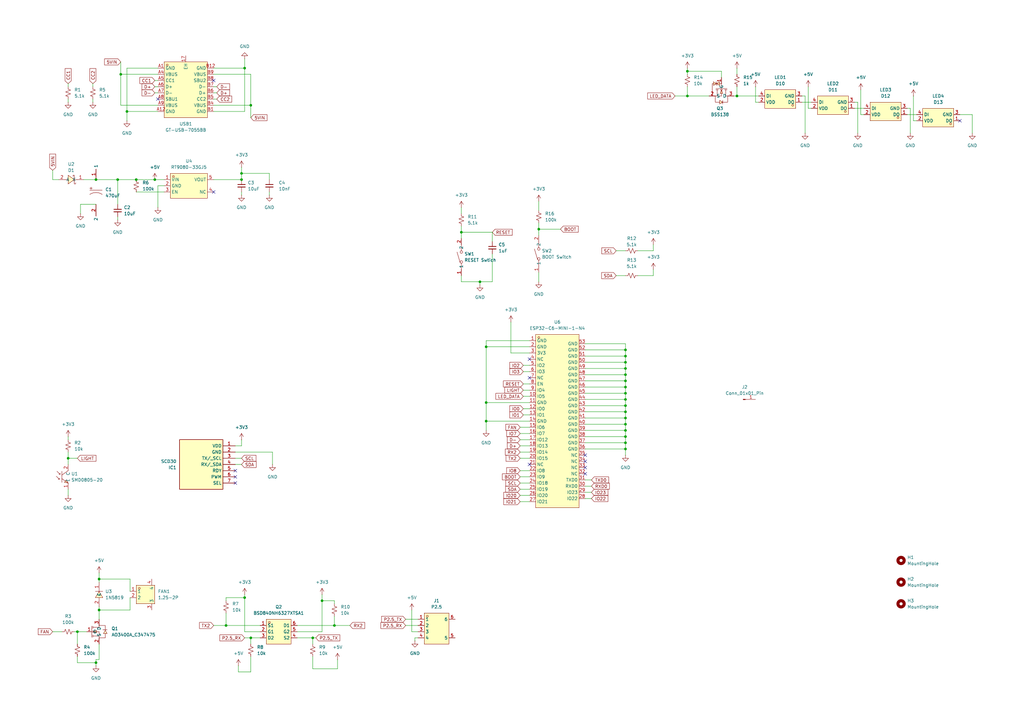
<source format=kicad_sch>
(kicad_sch (version 20231120) (generator "eeschema") (generator_version "8.0")
  (paper "A3")
  (junction (at 132.08 246.38))
  (junction (at 100.33 27.94))
  (junction (at 31.75 259.08))
  (junction (at 256.54 156.21))
  (junction (at 256.54 181.61))
  (junction (at 220.98 93.98))
  (junction (at 63.5 73.66))
  (junction (at 256.54 146.05))
  (junction (at 256.54 179.07))
  (junction (at 256.54 153.67))
  (junction (at 256.54 166.37))
  (junction (at 256.54 168.91))
  (junction (at 100.33 245.11))
  (junction (at 281.94 39.37))
  (junction (at 92.71 256.54))
  (junction (at 199.39 172.72))
  (junction (at 281.94 29.21))
  (junction (at 27.94 187.96))
  (junction (at 40.64 237.49))
  (junction (at 99.06 71.12))
  (junction (at 55.88 73.66))
  (junction (at 99.06 73.66))
  (junction (at 102.87 261.62))
  (junction (at 256.54 184.15))
  (junction (at 128.27 261.62))
  (junction (at 40.64 250.19))
  (junction (at 256.54 173.99))
  (junction (at 52.07 45.72))
  (junction (at 199.39 142.24))
  (junction (at 256.54 158.75))
  (junction (at 256.54 171.45))
  (junction (at 196.85 115.57))
  (junction (at 199.39 165.1))
  (junction (at 256.54 151.13))
  (junction (at 256.54 143.51))
  (junction (at 49.53 30.48))
  (junction (at 39.37 73.66))
  (junction (at 256.54 163.83))
  (junction (at 137.16 256.54))
  (junction (at 48.26 73.66))
  (junction (at 302.26 39.37))
  (junction (at 189.23 95.25))
  (junction (at 256.54 148.59))
  (junction (at 256.54 176.53))
  (junction (at 39.37 271.78))
  (junction (at 102.87 43.18))
  (junction (at 256.54 161.29))
  (no_connect (at 64.77 40.64))
  (no_connect (at 393.7 49.53))
  (no_connect (at 87.63 33.02))
  (no_connect (at 240.03 189.23))
  (no_connect (at 217.17 147.32))
  (no_connect (at 217.17 154.94))
  (no_connect (at 240.03 186.69))
  (no_connect (at 240.03 194.31))
  (no_connect (at 96.52 193.04))
  (no_connect (at 96.52 198.12))
  (no_connect (at 87.63 78.74))
  (no_connect (at 217.17 190.5))
  (no_connect (at 96.52 195.58))
  (no_connect (at 240.03 191.77))
  (wire (pts (xy 240.03 184.15) (xy 256.54 184.15)))
  (wire (pts (xy 100.33 245.11) (xy 100.33 259.08)))
  (wire (pts (xy 256.54 184.15) (xy 256.54 186.69)))
  (wire (pts (xy 88.9 38.1) (xy 87.63 38.1)))
  (wire (pts (xy 374.65 49.53) (xy 374.65 39.37)))
  (wire (pts (xy 21.59 259.08) (xy 25.4 259.08)))
  (wire (pts (xy 214.63 149.86) (xy 217.17 149.86)))
  (wire (pts (xy 102.87 275.59) (xy 97.79 275.59)))
  (wire (pts (xy 375.92 49.53) (xy 374.65 49.53)))
  (wire (pts (xy 64.77 27.94) (xy 52.07 27.94)))
  (wire (pts (xy 137.16 252.73) (xy 137.16 256.54)))
  (wire (pts (xy 88.9 35.56) (xy 87.63 35.56)))
  (wire (pts (xy 166.37 256.54) (xy 171.45 256.54)))
  (wire (pts (xy 214.63 157.48) (xy 217.17 157.48)))
  (wire (pts (xy 96.52 182.88) (xy 99.06 182.88)))
  (wire (pts (xy 332.74 44.45) (xy 331.47 44.45)))
  (wire (pts (xy 102.87 30.48) (xy 102.87 43.18)))
  (wire (pts (xy 49.53 43.18) (xy 49.53 30.48)))
  (wire (pts (xy 350.52 41.91) (xy 351.79 41.91)))
  (wire (pts (xy 27.94 34.29) (xy 27.94 35.56)))
  (wire (pts (xy 240.03 153.67) (xy 256.54 153.67)))
  (wire (pts (xy 63.5 73.66) (xy 67.31 73.66)))
  (wire (pts (xy 128.27 261.62) (xy 129.54 261.62)))
  (wire (pts (xy 96.52 185.42) (xy 111.76 185.42)))
  (wire (pts (xy 201.93 104.14) (xy 201.93 115.57)))
  (wire (pts (xy 99.06 71.12) (xy 99.06 68.58)))
  (wire (pts (xy 100.33 245.11) (xy 100.33 243.84)))
  (wire (pts (xy 102.87 43.18) (xy 102.87 48.26)))
  (wire (pts (xy 213.36 177.8) (xy 217.17 177.8)))
  (wire (pts (xy 24.13 73.66) (xy 21.59 73.66)))
  (wire (pts (xy 40.64 238.76) (xy 40.64 237.49)))
  (wire (pts (xy 40.64 250.19) (xy 40.64 254)))
  (wire (pts (xy 240.03 146.05) (xy 256.54 146.05)))
  (wire (pts (xy 39.37 270.51) (xy 39.37 271.78)))
  (wire (pts (xy 213.36 175.26) (xy 217.17 175.26)))
  (wire (pts (xy 110.49 78.74) (xy 110.49 80.01)))
  (wire (pts (xy 63.5 35.56) (xy 64.77 35.56)))
  (wire (pts (xy 295.91 31.75) (xy 295.91 29.21)))
  (wire (pts (xy 52.07 49.53) (xy 52.07 45.72)))
  (wire (pts (xy 256.54 163.83) (xy 256.54 166.37)))
  (wire (pts (xy 295.91 29.21) (xy 281.94 29.21)))
  (wire (pts (xy 38.1 40.64) (xy 38.1 41.91)))
  (wire (pts (xy 132.08 243.84) (xy 132.08 246.38)))
  (wire (pts (xy 121.92 259.08) (xy 132.08 259.08)))
  (wire (pts (xy 27.94 40.64) (xy 27.94 41.91)))
  (wire (pts (xy 256.54 171.45) (xy 256.54 173.99)))
  (wire (pts (xy 189.23 92.71) (xy 189.23 95.25)))
  (wire (pts (xy 87.63 256.54) (xy 92.71 256.54)))
  (wire (pts (xy 350.52 44.45) (xy 354.33 44.45)))
  (wire (pts (xy 99.06 190.5) (xy 96.52 190.5)))
  (wire (pts (xy 240.03 199.39) (xy 242.57 199.39)))
  (wire (pts (xy 63.5 33.02) (xy 64.77 33.02)))
  (wire (pts (xy 213.36 193.04) (xy 217.17 193.04)))
  (wire (pts (xy 40.64 270.51) (xy 39.37 270.51)))
  (wire (pts (xy 199.39 139.7) (xy 199.39 142.24)))
  (wire (pts (xy 196.85 115.57) (xy 196.85 116.84)))
  (wire (pts (xy 372.11 46.99) (xy 375.92 46.99)))
  (wire (pts (xy 240.03 168.91) (xy 256.54 168.91)))
  (wire (pts (xy 132.08 246.38) (xy 132.08 259.08)))
  (wire (pts (xy 302.26 35.56) (xy 302.26 39.37)))
  (wire (pts (xy 328.93 41.91) (xy 332.74 41.91)))
  (wire (pts (xy 240.03 176.53) (xy 256.54 176.53)))
  (wire (pts (xy 213.36 203.2) (xy 217.17 203.2)))
  (wire (pts (xy 92.71 245.11) (xy 100.33 245.11)))
  (wire (pts (xy 100.33 24.13) (xy 100.33 27.94)))
  (wire (pts (xy 31.75 269.24) (xy 31.75 271.78)))
  (wire (pts (xy 100.33 261.62) (xy 102.87 261.62)))
  (wire (pts (xy 121.92 261.62) (xy 128.27 261.62)))
  (wire (pts (xy 34.29 73.66) (xy 39.37 73.66)))
  (wire (pts (xy 189.23 85.09) (xy 189.23 87.63)))
  (wire (pts (xy 217.17 165.1) (xy 199.39 165.1)))
  (wire (pts (xy 267.97 113.03) (xy 267.97 110.49)))
  (wire (pts (xy 189.23 113.03) (xy 189.23 115.57)))
  (wire (pts (xy 261.62 113.03) (xy 267.97 113.03)))
  (wire (pts (xy 240.03 166.37) (xy 256.54 166.37)))
  (wire (pts (xy 168.91 259.08) (xy 168.91 250.19)))
  (wire (pts (xy 217.17 144.78) (xy 209.55 144.78)))
  (wire (pts (xy 351.79 41.91) (xy 351.79 54.61)))
  (wire (pts (xy 302.26 27.94) (xy 302.26 30.48)))
  (wire (pts (xy 214.63 162.56) (xy 217.17 162.56)))
  (wire (pts (xy 39.37 83.82) (xy 33.02 83.82)))
  (wire (pts (xy 39.37 73.66) (xy 48.26 73.66)))
  (wire (pts (xy 27.94 179.07) (xy 27.94 180.34)))
  (wire (pts (xy 40.64 248.92) (xy 40.64 250.19)))
  (wire (pts (xy 52.07 27.94) (xy 52.07 45.72)))
  (wire (pts (xy 33.02 83.82) (xy 33.02 87.63)))
  (wire (pts (xy 111.76 185.42) (xy 111.76 190.5)))
  (wire (pts (xy 102.87 261.62) (xy 106.68 261.62)))
  (wire (pts (xy 281.94 39.37) (xy 290.83 39.37)))
  (wire (pts (xy 240.03 179.07) (xy 256.54 179.07)))
  (wire (pts (xy 201.93 99.06) (xy 201.93 95.25)))
  (wire (pts (xy 256.54 166.37) (xy 256.54 168.91)))
  (wire (pts (xy 199.39 165.1) (xy 199.39 172.72)))
  (wire (pts (xy 240.03 201.93) (xy 242.57 201.93)))
  (wire (pts (xy 213.36 182.88) (xy 217.17 182.88)))
  (wire (pts (xy 53.34 250.19) (xy 53.34 245.11)))
  (wire (pts (xy 331.47 44.45) (xy 331.47 35.56)))
  (wire (pts (xy 220.98 93.98) (xy 220.98 96.52)))
  (wire (pts (xy 97.79 275.59) (xy 97.79 273.05)))
  (wire (pts (xy 256.54 140.97) (xy 256.54 143.51)))
  (wire (pts (xy 64.77 76.2) (xy 67.31 76.2)))
  (wire (pts (xy 220.98 86.36) (xy 220.98 82.55)))
  (wire (pts (xy 128.27 269.24) (xy 128.27 274.32)))
  (wire (pts (xy 171.45 259.08) (xy 168.91 259.08)))
  (wire (pts (xy 137.16 246.38) (xy 132.08 246.38)))
  (wire (pts (xy 199.39 142.24) (xy 199.39 165.1)))
  (wire (pts (xy 199.39 172.72) (xy 199.39 176.53)))
  (wire (pts (xy 217.17 172.72) (xy 199.39 172.72)))
  (wire (pts (xy 256.54 161.29) (xy 256.54 163.83)))
  (wire (pts (xy 64.77 85.09) (xy 64.77 76.2)))
  (wire (pts (xy 281.94 29.21) (xy 281.94 30.48)))
  (wire (pts (xy 220.98 111.76) (xy 220.98 115.57)))
  (wire (pts (xy 217.17 142.24) (xy 199.39 142.24)))
  (wire (pts (xy 102.87 264.16) (xy 102.87 261.62)))
  (wire (pts (xy 213.36 185.42) (xy 217.17 185.42)))
  (wire (pts (xy 38.1 34.29) (xy 38.1 35.56)))
  (wire (pts (xy 92.71 256.54) (xy 106.68 256.54)))
  (wire (pts (xy 201.93 115.57) (xy 196.85 115.57)))
  (wire (pts (xy 267.97 102.87) (xy 267.97 100.33)))
  (wire (pts (xy 27.94 187.96) (xy 27.94 190.5)))
  (wire (pts (xy 48.26 83.82) (xy 48.26 73.66)))
  (wire (pts (xy 31.75 259.08) (xy 30.48 259.08)))
  (wire (pts (xy 137.16 247.65) (xy 137.16 246.38)))
  (wire (pts (xy 48.26 88.9) (xy 48.26 90.17)))
  (wire (pts (xy 213.36 180.34) (xy 217.17 180.34)))
  (wire (pts (xy 256.54 151.13) (xy 256.54 153.67)))
  (wire (pts (xy 166.37 254) (xy 171.45 254)))
  (wire (pts (xy 49.53 30.48) (xy 49.53 25.4)))
  (wire (pts (xy 214.63 152.4) (xy 217.17 152.4)))
  (wire (pts (xy 240.03 173.99) (xy 256.54 173.99)))
  (wire (pts (xy 256.54 168.91) (xy 256.54 171.45)))
  (wire (pts (xy 240.03 148.59) (xy 256.54 148.59)))
  (wire (pts (xy 99.06 187.96) (xy 96.52 187.96)))
  (wire (pts (xy 240.03 156.21) (xy 256.54 156.21)))
  (wire (pts (xy 39.37 271.78) (xy 39.37 273.05)))
  (wire (pts (xy 53.34 237.49) (xy 53.34 242.57)))
  (wire (pts (xy 261.62 102.87) (xy 267.97 102.87)))
  (wire (pts (xy 256.54 158.75) (xy 256.54 161.29)))
  (wire (pts (xy 213.36 205.74) (xy 217.17 205.74)))
  (wire (pts (xy 256.54 156.21) (xy 256.54 158.75)))
  (wire (pts (xy 240.03 181.61) (xy 256.54 181.61)))
  (wire (pts (xy 55.88 73.66) (xy 63.5 73.66)))
  (wire (pts (xy 138.43 274.32) (xy 138.43 270.51)))
  (wire (pts (xy 256.54 173.99) (xy 256.54 176.53)))
  (wire (pts (xy 281.94 35.56) (xy 281.94 39.37)))
  (wire (pts (xy 21.59 73.66) (xy 21.59 69.85)))
  (wire (pts (xy 99.06 73.66) (xy 99.06 71.12)))
  (wire (pts (xy 240.03 158.75) (xy 256.54 158.75)))
  (wire (pts (xy 52.07 45.72) (xy 64.77 45.72)))
  (wire (pts (xy 398.78 46.99) (xy 398.78 54.61)))
  (wire (pts (xy 110.49 71.12) (xy 99.06 71.12)))
  (wire (pts (xy 213.36 195.58) (xy 217.17 195.58)))
  (wire (pts (xy 31.75 264.16) (xy 31.75 259.08)))
  (wire (pts (xy 213.36 200.66) (xy 217.17 200.66)))
  (wire (pts (xy 256.54 148.59) (xy 256.54 151.13)))
  (wire (pts (xy 99.06 182.88) (xy 99.06 180.34)))
  (wire (pts (xy 31.75 271.78) (xy 39.37 271.78)))
  (wire (pts (xy 240.03 140.97) (xy 256.54 140.97)))
  (wire (pts (xy 209.55 144.78) (xy 209.55 132.08)))
  (wire (pts (xy 106.68 259.08) (xy 100.33 259.08)))
  (wire (pts (xy 240.03 143.51) (xy 256.54 143.51)))
  (wire (pts (xy 31.75 259.08) (xy 35.56 259.08)))
  (wire (pts (xy 256.54 176.53) (xy 256.54 179.07)))
  (wire (pts (xy 40.64 264.16) (xy 40.64 270.51)))
  (wire (pts (xy 214.63 167.64) (xy 217.17 167.64)))
  (wire (pts (xy 100.33 27.94) (xy 87.63 27.94)))
  (wire (pts (xy 87.63 73.66) (xy 99.06 73.66)))
  (wire (pts (xy 87.63 30.48) (xy 102.87 30.48)))
  (wire (pts (xy 40.64 237.49) (xy 53.34 237.49)))
  (wire (pts (xy 102.87 269.24) (xy 102.87 275.59)))
  (wire (pts (xy 220.98 91.44) (xy 220.98 93.98)))
  (wire (pts (xy 256.54 181.61) (xy 256.54 184.15)))
  (wire (pts (xy 170.18 262.89) (xy 170.18 261.62)))
  (wire (pts (xy 201.93 95.25) (xy 189.23 95.25)))
  (wire (pts (xy 353.06 46.99) (xy 353.06 36.83)))
  (wire (pts (xy 240.03 161.29) (xy 256.54 161.29)))
  (wire (pts (xy 240.03 196.85) (xy 242.57 196.85)))
  (wire (pts (xy 240.03 151.13) (xy 256.54 151.13)))
  (wire (pts (xy 214.63 170.18) (xy 217.17 170.18)))
  (wire (pts (xy 328.93 39.37) (xy 330.2 39.37)))
  (wire (pts (xy 100.33 45.72) (xy 100.33 27.94)))
  (wire (pts (xy 48.26 73.66) (xy 55.88 73.66)))
  (wire (pts (xy 309.88 41.91) (xy 309.88 35.56)))
  (wire (pts (xy 256.54 153.67) (xy 256.54 156.21)))
  (wire (pts (xy 373.38 44.45) (xy 373.38 54.61)))
  (wire (pts (xy 27.94 200.66) (xy 27.94 203.2)))
  (wire (pts (xy 393.7 46.99) (xy 398.78 46.99)))
  (wire (pts (xy 55.88 78.74) (xy 67.31 78.74)))
  (wire (pts (xy 64.77 43.18) (xy 49.53 43.18)))
  (wire (pts (xy 49.53 30.48) (xy 64.77 30.48)))
  (wire (pts (xy 256.54 179.07) (xy 256.54 181.61)))
  (wire (pts (xy 252.73 102.87) (xy 256.54 102.87)))
  (wire (pts (xy 99.06 78.74) (xy 99.06 80.01)))
  (wire (pts (xy 92.71 246.38) (xy 92.71 245.11)))
  (wire (pts (xy 40.64 234.95) (xy 40.64 237.49)))
  (wire (pts (xy 102.87 43.18) (xy 87.63 43.18)))
  (wire (pts (xy 276.86 39.37) (xy 281.94 39.37)))
  (wire (pts (xy 256.54 143.51) (xy 256.54 146.05)))
  (wire (pts (xy 354.33 46.99) (xy 353.06 46.99)))
  (wire (pts (xy 302.26 39.37) (xy 311.15 39.37)))
  (wire (pts (xy 189.23 115.57) (xy 196.85 115.57)))
  (wire (pts (xy 214.63 160.02) (xy 217.17 160.02)))
  (wire (pts (xy 92.71 251.46) (xy 92.71 256.54)))
  (wire (pts (xy 137.16 256.54) (xy 143.51 256.54)))
  (wire (pts (xy 372.11 44.45) (xy 373.38 44.45)))
  (wire (pts (xy 217.17 139.7) (xy 199.39 139.7)))
  (wire (pts (xy 27.94 187.96) (xy 31.75 187.96)))
  (wire (pts (xy 40.64 250.19) (xy 53.34 250.19)))
  (wire (pts (xy 213.36 198.12) (xy 217.17 198.12)))
  (wire (pts (xy 189.23 95.25) (xy 189.23 97.79)))
  (wire (pts (xy 121.92 256.54) (xy 137.16 256.54)))
  (wire (pts (xy 27.94 185.42) (xy 27.94 187.96)))
  (wire (pts (xy 281.94 27.94) (xy 281.94 29.21)))
  (wire (pts (xy 240.03 204.47) (xy 242.57 204.47)))
  (wire (pts (xy 87.63 45.72) (xy 100.33 45.72)))
  (wire (pts (xy 128.27 274.32) (xy 138.43 274.32)))
  (wire (pts (xy 256.54 146.05) (xy 256.54 148.59)))
  (wire (pts (xy 170.18 261.62) (xy 171.45 261.62)))
  (wire (pts (xy 311.15 41.91) (xy 309.88 41.91)))
  (wire (pts (xy 110.49 73.66) (xy 110.49 71.12)))
  (wire (pts (xy 128.27 261.62) (xy 128.27 264.16)))
  (wire (pts (xy 240.03 171.45) (xy 256.54 171.45)))
  (wire (pts (xy 213.36 187.96) (xy 217.17 187.96)))
  (wire (pts (xy 220.98 93.98) (xy 229.87 93.98)))
  (wire (pts (xy 63.5 38.1) (xy 64.77 38.1)))
  (wire (pts (xy 87.63 40.64) (xy 88.9 40.64)))
  (wire (pts (xy 300.99 39.37) (xy 302.26 39.37)))
  (wire (pts (xy 252.73 113.03) (xy 256.54 113.03)))
  (wire (pts (xy 330.2 39.37) (xy 330.2 54.61)))
  (wire (pts (xy 240.03 163.83) (xy 256.54 163.83)))
  (global_label "5VIN" (shape input) (at 49.53 25.4 180) (property "Intersheetrefs" "${INTERSHEET_REFS}" (effects (hide yes))))
  (global_label "CC2" (shape input) (at 38.1 34.29 90) (property "Intersheetrefs" "${INTERSHEET_REFS}" (effects (hide yes))))
  (global_label "FAN" (shape input) (at 21.59 259.08 180) (property "Intersheetrefs" "${INTERSHEET_REFS}" (effects (hide yes))))
  (global_label "SCL" (shape input) (at 99.06 187.96 0) (property "Intersheetrefs" "${INTERSHEET_REFS}" (effects (hide yes))))
  (global_label "SDA" (shape input) (at 99.06 190.5 0) (property "Intersheetrefs" "${INTERSHEET_REFS}" (effects (hide yes))))
  (global_label "SCL" (shape input) (at 252.73 102.87 180) (property "Intersheetrefs" "${INTERSHEET_REFS}" (effects (hide yes))))
  (global_label "TX2" (shape input) (at 87.63 256.54 180) (property "Intersheetrefs" "${INTERSHEET_REFS}" (effects (hide yes))))
  (global_label "SDA" (shape input) (at 213.36 200.66 180) (property "Intersheetrefs" "${INTERSHEET_REFS}" (effects (hide yes))))
  (global_label "5VIN" (shape input) (at 102.87 48.26 0) (property "Intersheetrefs" "${INTERSHEET_REFS}" (effects (hide yes))))
  (global_label "IO21" (shape input) (at 213.36 205.74 180) (property "Intersheetrefs" "${INTERSHEET_REFS}" (effects (hide yes))))
  (global_label "RX2" (shape input) (at 213.36 185.42 180) (property "Intersheetrefs" "${INTERSHEET_REFS}" (effects (hide yes))))
  (global_label "CC1" (shape input) (at 27.94 34.29 90) (property "Intersheetrefs" "${INTERSHEET_REFS}" (effects (hide yes))))
  (global_label "D+" (shape input) (at 213.36 182.88 180) (property "Intersheetrefs" "${INTERSHEET_REFS}" (effects (hide yes))))
  (global_label "LED_DATA" (shape input) (at 276.86 39.37 180) (property "Intersheetrefs" "${INTERSHEET_REFS}" (effects (hide yes))))
  (global_label "SCL" (shape input) (at 213.36 198.12 180) (property "Intersheetrefs" "${INTERSHEET_REFS}" (effects (hide yes))))
  (global_label "IO7" (shape input) (at 213.36 177.8 180) (property "Intersheetrefs" "${INTERSHEET_REFS}" (effects (hide yes))))
  (global_label "BOOT" (shape input) (at 229.87 93.98 0) (property "Intersheetrefs" "${INTERSHEET_REFS}" (effects (hide yes))))
  (global_label "D+" (shape input) (at 63.5 35.56 180) (property "Intersheetrefs" "${INTERSHEET_REFS}" (effects (hide yes))))
  (global_label "LIGHT" (shape input) (at 214.63 160.02 180) (property "Intersheetrefs" "${INTERSHEET_REFS}" (effects (hide yes))))
  (global_label "RESET" (shape input) (at 201.93 95.25 0) (property "Intersheetrefs" "${INTERSHEET_REFS}" (effects (hide yes))))
  (global_label "IO2" (shape input) (at 214.63 149.86 180) (property "Intersheetrefs" "${INTERSHEET_REFS}" (effects (hide yes))))
  (global_label "CC1" (shape input) (at 63.5 33.02 180) (property "Intersheetrefs" "${INTERSHEET_REFS}" (effects (hide yes))))
  (global_label "IO3" (shape input) (at 214.63 152.4 180) (property "Intersheetrefs" "${INTERSHEET_REFS}" (effects (hide yes))))
  (global_label "5VIN" (shape input) (at 21.59 69.85 90) (property "Intersheetrefs" "${INTERSHEET_REFS}" (effects (hide yes))))
  (global_label "D-" (shape input) (at 213.36 180.34 180) (property "Intersheetrefs" "${INTERSHEET_REFS}" (effects (hide yes))))
  (global_label "D-" (shape input) (at 88.9 35.56 0) (property "Intersheetrefs" "${INTERSHEET_REFS}" (effects (hide yes))))
  (global_label "IO22" (shape input) (at 242.57 204.47 0) (property "Intersheetrefs" "${INTERSHEET_REFS}" (effects (hide yes))))
  (global_label "P2.5_TX" (shape input) (at 166.37 254 180) (property "Intersheetrefs" "${INTERSHEET_REFS}" (effects (hide yes))))
  (global_label "RXD0" (shape input) (at 242.57 199.39 0) (property "Intersheetrefs" "${INTERSHEET_REFS}" (effects (hide yes))))
  (global_label "TXD0" (shape input) (at 242.57 196.85 0) (property "Intersheetrefs" "${INTERSHEET_REFS}" (effects (hide yes))))
  (global_label "P2.5_RX" (shape input) (at 100.33 261.62 180) (property "Intersheetrefs" "${INTERSHEET_REFS}" (effects (hide yes))))
  (global_label "IO1" (shape input) (at 214.63 170.18 180) (property "Intersheetrefs" "${INTERSHEET_REFS}" (effects (hide yes))))
  (global_label "D+" (shape input) (at 88.9 38.1 0) (property "Intersheetrefs" "${INTERSHEET_REFS}" (effects (hide yes))))
  (global_label "SDA" (shape input) (at 252.73 113.03 180) (property "Intersheetrefs" "${INTERSHEET_REFS}" (effects (hide yes))))
  (global_label "LED_DATA" (shape input) (at 214.63 162.56 180) (property "Intersheetrefs" "${INTERSHEET_REFS}" (effects (hide yes))))
  (global_label "IO20" (shape input) (at 213.36 203.2 180) (property "Intersheetrefs" "${INTERSHEET_REFS}" (effects (hide yes))))
  (global_label "LIGHT" (shape input) (at 31.75 187.96 0) (property "Intersheetrefs" "${INTERSHEET_REFS}" (effects (hide yes))))
  (global_label "FAN" (shape input) (at 213.36 175.26 180) (property "Intersheetrefs" "${INTERSHEET_REFS}" (effects (hide yes))))
  (global_label "P2.5_TX" (shape input) (at 129.54 261.62 0) (property "Intersheetrefs" "${INTERSHEET_REFS}" (effects (hide yes))))
  (global_label "P2.5_RX" (shape input) (at 166.37 256.54 180) (property "Intersheetrefs" "${INTERSHEET_REFS}" (effects (hide yes))))
  (global_label "RESET" (shape input) (at 214.63 157.48 180) (property "Intersheetrefs" "${INTERSHEET_REFS}" (effects (hide yes))))
  (global_label "IO23" (shape input) (at 242.57 201.93 0) (property "Intersheetrefs" "${INTERSHEET_REFS}" (effects (hide yes))))
  (global_label "TX2" (shape input) (at 213.36 187.96 180) (property "Intersheetrefs" "${INTERSHEET_REFS}" (effects (hide yes))))
  (global_label "D-" (shape input) (at 63.5 38.1 180) (property "Intersheetrefs" "${INTERSHEET_REFS}" (effects (hide yes))))
  (global_label "CC2" (shape input) (at 88.9 40.64 0) (property "Intersheetrefs" "${INTERSHEET_REFS}" (effects (hide yes))))
  (global_label "BOOT" (shape input) (at 213.36 195.58 180) (property "Intersheetrefs" "${INTERSHEET_REFS}" (effects (hide yes))))
  (global_label "IO0" (shape input) (at 214.63 167.64 180) (property "Intersheetrefs" "${INTERSHEET_REFS}" (effects (hide yes))))
  (global_label "RX2" (shape input) (at 143.51 256.54 0) (property "Intersheetrefs" "${INTERSHEET_REFS}" (effects (hide yes))))
  (global_label "IO8" (shape input) (at 213.36 193.04 180) (property "Intersheetrefs" "${INTERSHEET_REFS}" (effects (hide yes))))
  (symbol (lib_id "Device:R_Small_US") (at 220.98 88.9 0) (unit 1)
    (property "Reference" "R16" (at 223.52 87.6299 0) (effects (justify left)))
    (property "Value" "100k" (at 223.52 90.1699 0) (effects (justify left)))
    (property "Footprint" "Resistor_SMD:R_0603_1608Metric" (effects (hide yes)))
    (property "Description" "Resistor, small US symbol" (effects (hide yes)))
  )
  (symbol (lib_id "power:+3V3") (at 209.55 132.08 0) (unit 1)
    (property "Reference" "#PWR048" (effects (hide yes)))
    (property "Value" "+3V3" (at 209.55 127 0))
    (property "Description" "Power symbol creates a global label with name \"+3V3\"" (effects (hide yes)))
  )
  (symbol (lib_id "Device:R_Small_US") (at 55.88 76.2 0) (unit 1)
    (property "Reference" "R6" (at 58.42 74.9299 0) (effects (justify left)))
    (property "Value" "100k" (at 58.42 77.4699 0) (effects (justify left)))
    (property "Footprint" "Resistor_SMD:R_0603_1608Metric" (effects (hide yes)))
    (property "Description" "Resistor, small US symbol" (effects (hide yes)))
  )
  (symbol (lib_id "power:GND") (at 199.39 176.53 0) (unit 1)
    (property "Reference" "#PWR047" (effects (hide yes)))
    (property "Value" "GND" (at 199.39 181.61 0))
    (property "Description" "Power symbol creates a global label with name \"GND\" , ground" (effects (hide yes)))
  )
  (symbol (lib_id "power:GND") (at 38.1 41.91 0) (unit 1)
    (property "Reference" "#PWR06" (effects (hide yes)))
    (property "Value" "GND" (at 38.1 46.99 0))
    (property "Description" "Power symbol creates a global label with name \"GND\" , ground" (effects (hide yes)))
  )
  (symbol (lib_id "power:GND") (at 220.98 115.57 0) (unit 1)
    (property "Reference" "#PWR030" (effects (hide yes)))
    (property "Value" "GND" (at 220.98 120.65 0))
    (property "Description" "Power symbol creates a global label with name \"GND\" , ground" (effects (hide yes)))
  )
  (symbol (lib_id "Device:R_Small_US") (at 281.94 33.02 0) (unit 1)
    (property "Reference" "R14" (at 284.48 31.7499 0) (effects (justify left)))
    (property "Value" "10k" (at 284.48 34.2899 0) (effects (justify left)))
    (property "Footprint" "Resistor_SMD:R_0603_1608Metric" (effects (hide yes)))
    (property "Description" "Resistor, small US symbol" (effects (hide yes)))
  )
  (symbol (lib_id "Connector:Conn_01x01_Pin") (at 304.8 163.83 0) (unit 1)
    (property "Reference" "J2" (at 305.435 158.75 0))
    (property "Value" "Conn_01x01_Pin" (at 305.435 161.29 0))
    (property "Footprint" "TestPoint:TestPoint_Pad_D1.0mm" (effects (hide yes)))
    (property "Description" "Generic connector, single row, 01x01, script generated" (effects (hide yes)))
  )
  (symbol (lib_id "power:+3V3") (at 132.08 243.84 0) (unit 1)
    (property "Reference" "#PWR022" (effects (hide yes)))
    (property "Value" "+3V3" (at 132.08 238.76 0))
    (property "Description" "Power symbol creates a global label with name \"+3V3\"" (effects (hide yes)))
  )
  (symbol (lib_id "power:GND") (at 170.18 262.89 0) (unit 1)
    (property "Reference" "#PWR025" (effects (hide yes)))
    (property "Value" "GND" (at 170.18 267.97 0))
    (property "Description" "Power symbol creates a global label with name \"GND\" , ground" (effects (hide yes)))
  )
  (symbol (lib_id "power:GND") (at 100.33 24.13 180) (unit 1)
    (property "Reference" "#PWR017" (effects (hide yes)))
    (property "Value" "GND" (at 100.33 19.05 0))
    (property "Description" "Power symbol creates a global label with name \"GND\" , ground" (effects (hide yes)))
  )
  (symbol (lib_id "power:+5V") (at 374.65 39.37 0) (unit 1)
    (property "Reference" "#PWR043" (effects (hide yes)))
    (property "Value" "+5V" (at 374.65 34.29 0))
    (property "Description" "Power symbol creates a global label with name \"+5V\"" (effects (hide yes)))
  )
  (symbol (lib_id "Device:R_Small_US") (at 27.94 259.08 90) (unit 1)
    (property "Reference" "R3" (at 27.94 252.73 90))
    (property "Value" "100k" (at 27.94 255.27 90))
    (property "Footprint" "Resistor_SMD:R_0603_1608Metric" (effects (hide yes)))
    (property "Description" "Resistor, small US symbol" (effects (hide yes)))
  )
  (symbol (lib_id "power:+5V") (at 302.26 27.94 0) (unit 1)
    (property "Reference" "#PWR035" (effects (hide yes)))
    (property "Value" "+5V" (at 302.26 22.86 0))
    (property "Description" "Power symbol creates a global label with name \"+5V\"" (effects (hide yes)))
  )
  (symbol (lib_id "a_connectors:GT-USB-7055BB") (at 77.47 35.56 0) (unit 1)
    (property "Reference" "USB1" (at 76.2 50.8 0))
    (property "Value" "GT-USB-7055BB" (at 76.2 53.34 0))
    (property "Footprint" "connectors:USB-C-TH_GT-USB-7055BB" (effects (hide yes)))
    (property "LCSC Part" "C7450621" (effects (hide yes)))
  )
  (symbol (lib_id "connectors:ZH1.5-4AB") (at 179.07 257.81 0) (unit 1)
    (property "Reference" "J1" (at 179.07 246.38 0))
    (property "Value" "P2.5" (at 179.07 248.92 0))
    (property "Footprint" "connectors:CONN-SMD_ZH1.5-4AB" (effects (hide yes)))
    (property "Datasheet" "https://lcsc.com/product-detail/ZH-Connectors-1-5mm_ZH1-5-1-4P_C145997.html" (effects (hide yes)))
    (property "LCSC Part" "C145997" (effects (hide yes)))
  )
  (symbol (lib_id "power:+3V3") (at 281.94 27.94 0) (unit 1)
    (property "Reference" "#PWR034" (effects (hide yes)))
    (property "Value" "+3V3" (at 281.94 22.86 0))
    (property "Description" "Power symbol creates a global label with name \"+3V3\"" (effects (hide yes)))
  )
  (symbol (lib_id "power:+3V3") (at 100.33 243.84 0) (unit 1)
    (property "Reference" "#PWR018" (effects (hide yes)))
    (property "Value" "+3V3" (at 100.33 238.76 0))
    (property "Description" "Power symbol creates a global label with name \"+3V3\"" (effects (hide yes)))
  )
  (symbol (lib_id "Device:R_Small_US") (at 38.1 38.1 0) (unit 1)
    (property "Reference" "R5" (at 40.64 36.8299 0) (effects (justify left)))
    (property "Value" "5.1k" (at 40.64 39.3699 0) (effects (justify left)))
    (property "Footprint" "Resistor_SMD:R_0603_1608Metric" (effects (hide yes)))
    (property "Description" "Resistor, small US symbol" (effects (hide yes)))
  )
  (symbol (lib_id "led:XL-1615RGBC-WS2812B") (at 320.04 40.64 180) (unit 1)
    (property "Reference" "LED1" (at 320.04 31.75 0))
    (property "Value" "D10" (at 320.04 34.29 0))
    (property "Footprint" "led:LED-SMD_4P-L1.6-W1.5_XL-1615RGBC-WS2812B" (effects (hide yes)))
    (property "LCSC Part" "C5349954" (effects (hide yes)))
  )
  (symbol (lib_id "power:GND") (at 52.07 49.53 0) (unit 1)
    (property "Reference" "#PWR011" (effects (hide yes)))
    (property "Value" "GND" (at 52.07 54.61 0))
    (property "Description" "Power symbol creates a global label with name \"GND\" , ground" (effects (hide yes)))
  )
  (symbol (lib_id "power:GND") (at 39.37 273.05 0) (unit 1)
    (property "Reference" "#PWR07" (effects (hide yes)))
    (property "Value" "GND" (at 39.37 278.13 0))
    (property "Description" "Power symbol creates a global label with name \"GND\" , ground" (effects (hide yes)))
  )
  (symbol (lib_id "Mechanical:MountingHole") (at 369.57 238.76 0) (unit 1) (exclude_from_sim yes) (in_bom no)
    (property "Reference" "H2" (at 372.11 237.4899 0) (effects (justify left)))
    (property "Value" "MountingHole" (at 372.11 240.0299 0) (effects (justify left)))
    (property "Footprint" "MountingHole:MountingHole_2.2mm_M2" (effects (hide yes)))
    (property "Description" "Mounting Hole without connection" (effects (hide yes)))
  )
  (symbol (lib_id "power:GND") (at 33.02 87.63 0) (unit 1)
    (property "Reference" "#PWR05" (effects (hide yes)))
    (property "Value" "GND" (at 33.02 92.71 0))
    (property "Description" "Power symbol creates a global label with name \"GND\" , ground" (effects (hide yes)))
  )
  (symbol (lib_id "power:GND") (at 398.78 54.61 0) (unit 1)
    (property "Reference" "#PWR045" (effects (hide yes)))
    (property "Value" "GND" (at 398.78 59.69 0))
    (property "Description" "Power symbol creates a global label with name \"GND\" , ground" (effects (hide yes)))
  )
  (symbol (lib_id "Device:C_Small") (at 110.49 76.2 0) (unit 1)
    (property "Reference" "C4" (at 114.3 74.9362 0) (effects (justify left)))
    (property "Value" "10nF" (at 114.3 77.4762 0) (effects (justify left)))
    (property "Footprint" "Capacitor_SMD:C_0805_2012Metric" (effects (hide yes)))
    (property "Description" "Unpolarized capacitor, small symbol" (effects (hide yes)))
  )
  (symbol (lib_id "power:RVT1A471M0607_C335982") (at 39.37 78.74 0) (unit 1)
    (property "Reference" "C1" (at 43.18 77.7239 0) (effects (justify left)))
    (property "Value" "470uF" (at 43.18 80.2639 0) (effects (justify left)))
    (property "Footprint" "power:CAP-SMD_BD6.3-L6.6-W6.6-FD" (effects (hide yes)))
    (property "Datasheet" "https://lcsc.com/product-detail/Others_ROQANG-RVT1A471M0607_C335982.html" (effects (hide yes)))
    (property "LCSC Part" "C335982" (effects (hide yes)))
  )
  (symbol (lib_id "power:GND") (at 99.06 80.01 0) (unit 1)
    (property "Reference" "#PWR015" (effects (hide yes)))
    (property "Value" "GND" (at 99.06 85.09 0))
    (property "Description" "Power symbol creates a global label with name \"GND\" , ground" (effects (hide yes)))
  )
  (symbol (lib_id "power:+3V3") (at 99.06 180.34 0) (unit 1)
    (property "Reference" "#PWR016" (effects (hide yes)))
    (property "Value" "+3V3" (at 99.06 175.26 0))
    (property "Description" "Power symbol creates a global label with name \"+3V3\"" (effects (hide yes)))
  )
  (symbol (lib_id "power:+3V3") (at 27.94 179.07 0) (unit 1)
    (property "Reference" "#PWR03" (effects (hide yes)))
    (property "Value" "+3V3" (at 27.94 173.99 0))
    (property "Description" "Power symbol creates a global label with name \"+3V3\"" (effects (hide yes)))
  )
  (symbol (lib_id "power:GND") (at 351.79 54.61 0) (unit 1)
    (property "Reference" "#PWR039" (effects (hide yes)))
    (property "Value" "GND" (at 351.79 59.69 0))
    (property "Description" "Power symbol creates a global label with name \"GND\" , ground" (effects (hide yes)))
  )
  (symbol (lib_id "a_power:BSD840NH6327XTSA1") (at 114.3 259.08 0) (unit 1)
    (property "Reference" "Q2" (at 114.3 248.92 0))
    (property "Value" "BSD840NH6327XTSA1" (at 114.3 251.46 0))
    (property "Footprint" "power:SC-70-6_L2.2-W1.3-P0.65-LS2.1-BR" (effects (hide yes)))
    (property "Datasheet" "https://lcsc.com/product-detail/MOSFET_Infineon_BSD840NH6327XTSA1_BSD840NH6327XTSA1_C151516.html" (effects (hide yes)))
    (property "LCSC Part" "C151516" (effects (hide yes)))
  )
  (symbol (lib_id "power:GND") (at 48.26 90.17 0) (unit 1)
    (property "Reference" "#PWR09" (effects (hide yes)))
    (property "Value" "GND" (at 48.26 95.25 0))
    (property "Description" "Power symbol creates a global label with name \"GND\" , ground" (effects (hide yes)))
  )
  (symbol (lib_id "power:+5V") (at 309.88 35.56 0) (unit 1)
    (property "Reference" "#PWR036" (effects (hide yes)))
    (property "Value" "+5V" (at 309.88 30.48 0))
    (property "Description" "Power symbol creates a global label with name \"+5V\"" (effects (hide yes)))
  )
  (symbol (lib_id "connectors:1.25-2P") (at 58.42 243.84 0) (unit 1)
    (property "Reference" "FAN1" (at 64.77 242.5699 0) (effects (justify left)))
    (property "Value" "1.25-2P" (at 64.77 245.1099 0) (effects (justify left)))
    (property "Footprint" "connectors:CONN-SMD_1.25-2P" (effects (hide yes)))
    (property "Datasheet" "https://lcsc.com/product-detail/Wire-To-Board-Wire-To-Wire-Connector_SHOU-HAN-1-25-2P_C393945.html" (effects (hide yes)))
    (property "LCSC Part" "C393945" (effects (hide yes)))
  )
  (symbol (lib_id "power:GND") (at 111.76 190.5 0) (unit 1)
    (property "Reference" "#PWR021" (effects (hide yes)))
    (property "Value" "GND" (at 111.76 195.58 0))
    (property "Description" "Power symbol creates a global label with name \"GND\" , ground" (effects (hide yes)))
  )
  (symbol (lib_id "power:GND") (at 64.77 85.09 0) (unit 1)
    (property "Reference" "#PWR012" (effects (hide yes)))
    (property "Value" "GND" (at 64.77 90.17 0))
    (property "Description" "Power symbol creates a global label with name \"GND\" , ground" (effects (hide yes)))
  )
  (symbol (lib_id "power:GND") (at 330.2 54.61 0) (unit 1)
    (property "Reference" "#PWR037" (effects (hide yes)))
    (property "Value" "GND" (at 330.2 59.69 0))
    (property "Description" "Power symbol creates a global label with name \"GND\" , ground" (effects (hide yes)))
  )
  (symbol (lib_id "power:AO3400A_C347475") (at 40.64 259.08 0) (unit 1)
    (property "Reference" "Q1" (at 45.72 257.8099 0) (effects (justify left)))
    (property "Value" "AO3400A_C347475" (at 45.72 260.3499 0) (effects (justify left)))
    (property "Footprint" "power:SOT-23-3_L2.9-W1.3-P1.90-LS2.4-BR" (effects (hide yes)))
    (property "Datasheet" "https://lcsc.com/product-detail/Others_Youtai-Semiconductor-Co-Ltd-AO3400A-5-8A_C347475.html" (effects (hide yes)))
    (property "LCSC Part" "C347475" (effects (hide yes)))
  )
  (symbol (lib_id "power:+5V") (at 40.64 234.95 0) (unit 1)
    (property "Reference" "#PWR08" (effects (hide yes)))
    (property "Value" "+5V" (at 40.64 229.87 0))
    (property "Description" "Power symbol creates a global label with name \"+5V\"" (effects (hide yes)))
  )
  (symbol (lib_id "Device:R_Small_US") (at 137.16 250.19 0) (unit 1)
    (property "Reference" "R10" (at 139.7 248.9199 0) (effects (justify left)))
    (property "Value" "10k" (at 139.7 251.4599 0) (effects (justify left)))
    (property "Footprint" "Resistor_SMD:R_0603_1608Metric" (effects (hide yes)))
    (property "Description" "Resistor, small US symbol" (effects (hide yes)))
  )
  (symbol (lib_id "power:+3V3") (at 267.97 100.33 0) (unit 1)
    (property "Reference" "#PWR032" (effects (hide yes)))
    (property "Value" "+3V3" (at 267.97 95.25 0))
    (property "Description" "Power symbol creates a global label with name \"+3V3\"" (effects (hide yes)))
  )
  (symbol (lib_id "power:NRVB130T1G_C917121") (at 29.21 73.66 180) (unit 1)
    (property "Reference" "U2" (at 29.21 67.31 0))
    (property "Value" "D1" (at 29.21 69.85 0))
    (property "Footprint" "power:SOD-123_L2.7-W1.6-LS3.7-RD-1" (effects (hide yes)))
    (property "LCSC Part" "C917121" (effects (hide yes)))
  )
  (symbol (lib_id "Device:R_Small_US") (at 128.27 266.7 0) (unit 1)
    (property "Reference" "R9" (at 130.81 265.4299 0) (effects (justify left)))
    (property "Value" "10k" (at 130.81 267.9699 0) (effects (justify left)))
    (property "Footprint" "Resistor_SMD:R_0603_1608Metric" (effects (hide yes)))
    (property "Description" "Resistor, small US symbol" (effects (hide yes)))
  )
  (symbol (lib_id "power:+5V") (at 138.43 270.51 0) (unit 1)
    (property "Reference" "#PWR023" (effects (hide yes)))
    (property "Value" "+5V" (at 138.43 265.43 0))
    (property "Description" "Power symbol creates a global label with name \"+5V\"" (effects (hide yes)))
  )
  (symbol (lib_id "button:TS-1088-AR02016") (at 189.23 105.41 90) (unit 1)
    (property "Reference" "SW1" (at 190.5 104.1399 90) (effects (justify right)))
    (property "Value" "RESET Swtich" (at 190.5 106.6799 90) (effects (justify right)))
    (property "Footprint" "button:SW-SMD_L3.9-W3.0-P4.45" (effects (hide yes)))
    (property "Datasheet" "https://lcsc.com/product-detail/Tactile-Switches_XUNPU-TS-1088-AR02016_C720477.html" (effects (hide yes)))
    (property "LCSC Part" "C720477" (effects (hide yes)))
  )
  (symbol (lib_id "button:TS-1088-AR02016") (at 220.98 104.14 90) (unit 1)
    (property "Reference" "SW2" (at 222.25 102.8699 90) (effects (justify right)))
    (property "Value" "BOOT Switch" (at 222.25 105.4099 90) (effects (justify right)))
    (property "Footprint" "button:SW-SMD_L3.9-W3.0-P4.45" (effects (hide yes)))
    (property "Datasheet" "https://lcsc.com/product-detail/Tactile-Switches_XUNPU-TS-1088-AR02016_C720477.html" (effects (hide yes)))
    (property "LCSC Part" "C720477" (effects (hide yes)))
  )
  (symbol (lib_id "a_esp32:ESP32-C6-MINI-1-N4") (at 228.6 172.72 0) (unit 1)
    (property "Reference" "U6" (at 228.6 132.08 0))
    (property "Value" "ESP32-C6-MINI-1-N4" (at 228.6 134.62 0))
    (property "Footprint" "esp32:WIFIM-SMD_61P-L16.6-W13.2-P0.80-ESP32-C6-MINI-1-N4" (effects (hide yes)))
    (property "LCSC Part" "C5736265" (effects (hide yes)))
  )
  (symbol (lib_id "led:XL-1615RGBC-WS2812B") (at 341.63 43.18 180) (unit 1)
    (property "Reference" "LED2" (at 341.63 34.29 0))
    (property "Value" "D11" (at 341.63 36.83 0))
    (property "Footprint" "led:LED-SMD_4P-L1.6-W1.5_XL-1615RGBC-WS2812B" (effects (hide yes)))
    (property "LCSC Part" "C5349954" (effects (hide yes)))
  )
  (symbol (lib_id "power:GND") (at 27.94 41.91 0) (unit 1)
    (property "Reference" "#PWR02" (effects (hide yes)))
    (property "Value" "GND" (at 27.94 46.99 0))
    (property "Description" "Power symbol creates a global label with name \"GND\" , ground" (effects (hide yes)))
  )
  (symbol (lib_id "power:+5V") (at 97.79 273.05 0) (unit 1)
    (property "Reference" "#PWR013" (effects (hide yes)))
    (property "Value" "+5V" (at 97.79 267.97 0))
    (property "Description" "Power symbol creates a global label with name \"+5V\"" (effects (hide yes)))
  )
  (symbol (lib_id "power:+3V3") (at 267.97 110.49 0) (unit 1)
    (property "Reference" "#PWR033" (effects (hide yes)))
    (property "Value" "+3V3" (at 267.97 105.41 0))
    (property "Description" "Power symbol creates a global label with name \"+3V3\"" (effects (hide yes)))
  )
  (symbol (lib_id "Device:R_Small_US") (at 302.26 33.02 0) (unit 1)
    (property "Reference" "R15" (at 304.8 31.7499 0) (effects (justify left)))
    (property "Value" "1k" (at 304.8 34.2899 0) (effects (justify left)))
    (property "Footprint" "Resistor_SMD:R_0603_1608Metric" (effects (hide yes)))
    (property "Description" "Resistor, small US symbol" (effects (hide yes)))
  )
  (symbol (lib_id "Device:R_Small_US") (at 259.08 102.87 90) (unit 1)
    (property "Reference" "R12" (at 259.08 97.79 90))
    (property "Value" "5.1k" (at 259.08 100.33 90))
    (property "Footprint" "Resistor_SMD:R_0603_1608Metric" (effects (hide yes)))
    (property "Description" "Resistor, small US symbol" (effects (hide yes)))
  )
  (symbol (lib_id "power:GND") (at 256.54 186.69 0) (unit 1)
    (property "Reference" "#PWR049" (effects (hide yes)))
    (property "Value" "GND" (at 256.54 191.77 0))
    (property "Description" "Power symbol creates a global label with name \"GND\" , ground" (effects (hide yes)))
  )
  (symbol (lib_id "power:GND") (at 110.49 80.01 0) (unit 1)
    (property "Reference" "#PWR020" (effects (hide yes)))
    (property "Value" "GND" (at 110.49 85.09 0))
    (property "Description" "Power symbol creates a global label with name \"GND\" , ground" (effects (hide yes)))
  )
  (symbol (lib_id "Mechanical:MountingHole") (at 369.57 247.65 0) (unit 1) (exclude_from_sim yes) (in_bom no)
    (property "Reference" "H3" (at 372.11 246.3799 0) (effects (justify left)))
    (property "Value" "MountingHole" (at 372.11 248.9199 0) (effects (justify left)))
    (property "Footprint" "MountingHole:MountingHole_2.2mm_M2" (effects (hide yes)))
    (property "Description" "Mounting Hole without connection" (effects (hide yes)))
  )
  (symbol (lib_id "power:GND") (at 27.94 203.2 0) (unit 1)
    (property "Reference" "#PWR04" (effects (hide yes)))
    (property "Value" "GND" (at 27.94 208.28 0))
    (property "Description" "Power symbol creates a global label with name \"GND\" , ground" (effects (hide yes)))
  )
  (symbol (lib_id "led:XL-1615RGBC-WS2812B") (at 363.22 45.72 180) (unit 1)
    (property "Reference" "LED3" (at 363.22 36.83 0))
    (property "Value" "D12" (at 363.22 39.37 0))
    (property "Footprint" "led:LED-SMD_4P-L1.6-W1.5_XL-1615RGBC-WS2812B" (effects (hide yes)))
    (property "LCSC Part" "C5349954" (effects (hide yes)))
  )
  (symbol (lib_id "Device:C_Small") (at 201.93 101.6 0) (unit 1)
    (property "Reference" "C5" (at 204.47 100.3362 0) (effects (justify left)))
    (property "Value" "1uF" (at 204.47 102.8762 0) (effects (justify left)))
    (property "Footprint" "Capacitor_SMD:C_0805_2012Metric" (effects (hide yes)))
    (property "Description" "Unpolarized capacitor, small symbol" (effects (hide yes)))
  )
  (symbol (lib_id "Device:R_Small_US") (at 31.75 266.7 0) (unit 1)
    (property "Reference" "R4" (at 34.29 265.4299 0) (effects (justify left)))
    (property "Value" "100k" (at 34.29 267.9699 0) (effects (justify left)))
    (property "Footprint" "Resistor_SMD:R_0603_1608Metric" (effects (hide yes)))
    (property "Description" "Resistor, small US symbol" (effects (hide yes)))
  )
  (symbol (lib_id "power:+5V") (at 353.06 36.83 0) (unit 1)
    (property "Reference" "#PWR040" (effects (hide yes)))
    (property "Value" "+5V" (at 353.06 31.75 0))
    (property "Description" "Power symbol creates a global label with name \"+5V\"" (effects (hide yes)))
  )
  (symbol (lib_id "Device:R_Small_US") (at 259.08 113.03 90) (unit 1)
    (property "Reference" "R13" (at 259.08 106.68 90))
    (property "Value" "5.1k" (at 259.08 109.22 90))
    (property "Footprint" "Resistor_SMD:R_0603_1608Metric" (effects (hide yes)))
    (property "Description" "Resistor, small US symbol" (effects (hide yes)))
  )
  (symbol (lib_id "SCD30:SCD30") (at 96.52 198.12 180) (unit 1)
    (property "Reference" "IC1" (at 72.39 191.7701 0) (effects (justify left)))
    (property "Value" "SCD30" (at 72.39 189.2301 0) (effects (justify left)))
    (property "Footprint" "sensor:SCD30" (effects (hide yes)))
    (property "Description" "SENSIRION - SCD30 - GAS SENSOR, CO2, 0.075A/5.5V, 40000PPM" (effects (hide yes)))
    (property "Height" "7" (effects (hide yes)))
    (property "Mouser Part Number" "403-SCD30" (effects (hide yes)))
    (property "Mouser Price/Stock" "https://www.mouser.co.uk/ProductDetail/Sensirion/SCD30?qs=rrS6PyfT74fdywu4FxpYjQ%3D%3D" (effects (hide yes)))
    (property "Manufacturer_Name" "Sensirion" (effects (hide yes)))
    (property "Manufacturer_Part_Number" "SCD30" (effects (hide yes)))
  )
  (symbol (lib_id "a_power:K1N5819HWS-7-F") (at 40.64 243.84 270) (unit 1)
    (property "Reference" "U3" (at 43.18 242.5699 90) (effects (justify left)))
    (property "Value" "1N5819" (at 43.18 245.1099 90) (effects (justify left)))
    (property "Footprint" "power:SOD-323_L1.7-W1.3-LS2.6-RD-1" (effects (hide yes)))
    (property "LCSC Part" "C2891705" (effects (hide yes)))
  )
  (symbol (lib_id "sensor:SMD0805-20") (at 25.4 195.58 0) (unit 1)
    (property "Reference" "U1" (at 29.21 194.3099 0) (effects (justify left)))
    (property "Value" "SMD0805-20" (at 29.21 196.8499 0) (effects (justify left)))
    (property "Footprint" "sensor:OPTO-SMD_SMD0805-20" (effects (hide yes)))
    (property "Datasheet" "https://lcsc.com/product-detail/Others_Nanyang-Senba-Optical-Elec-SMD0805-20_C250858.html" (effects (hide yes)))
    (property "LCSC Part" "C250858" (effects (hide yes)))
  )
  (symbol (lib_id "Mechanical:MountingHole") (at 369.57 229.87 0) (unit 1) (exclude_from_sim yes) (in_bom no)
    (property "Reference" "H1" (at 372.11 228.5999 0) (effects (justify left)))
    (property "Value" "MountingHole" (at 372.11 231.1399 0) (effects (justify left)))
    (property "Footprint" "MountingHole:MountingHole_2.2mm_M2" (effects (hide yes)))
    (property "Description" "Mounting Hole without connection" (effects (hide yes)))
  )
  (symbol (lib_id "power:GND") (at 196.85 116.84 0) (unit 1)
    (property "Reference" "#PWR028" (effects (hide yes)))
    (property "Value" "GND" (at 196.85 121.92 0))
    (property "Description" "Power symbol creates a global label with name \"GND\" , ground" (effects (hide yes)))
  )
  (symbol (lib_id "power:RT9080-33GJ5") (at 77.47 76.2 0) (unit 1)
    (property "Reference" "U4" (at 77.47 66.04 0))
    (property "Value" "RT9080-33GJ5" (at 77.47 68.58 0))
    (property "Footprint" "power:TSOT-23-5_L2.9-W1.6-P0.95-LS2.8-BL" (effects (hide yes)))
    (property "Datasheet" "https://lcsc.com/product-detail/Dropout-Regulators-LDO_Richtek-Tech-RT9080-33GJ5_C841192.html" (effects (hide yes)))
    (property "LCSC Part" "C841192" (effects (hide yes)))
  )
  (symbol (lib_id "Device:R_Small_US") (at 27.94 38.1 0) (unit 1)
    (property "Reference" "R1" (at 30.48 36.8299 0) (effects (justify left)))
    (property "Value" "5.1k" (at 30.48 39.3699 0) (effects (justify left)))
    (property "Footprint" "Resistor_SMD:R_0603_1608Metric" (effects (hide yes)))
    (property "Description" "Resistor, small US symbol" (effects (hide yes)))
  )
  (symbol (lib_id "Device:C_Small") (at 99.06 76.2 0) (unit 1)
    (property "Reference" "C3" (at 101.6 74.9362 0) (effects (justify left)))
    (property "Value" "10uF" (at 101.6 77.4762 0) (effects (justify left)))
    (property "Footprint" "Capacitor_SMD:C_0805_2012Metric" (effects (hide yes)))
    (property "Description" "Unpolarized capacitor, small symbol" (effects (hide yes)))
  )
  (symbol (lib_id "power:+3V3") (at 189.23 85.09 0) (unit 1)
    (property "Reference" "#PWR027" (effects (hide yes)))
    (property "Value" "+3V3" (at 189.23 80.01 0))
    (property "Description" "Power symbol creates a global label with name \"+3V3\"" (effects (hide yes)))
  )
  (symbol (lib_id "Device:R_Small_US") (at 27.94 182.88 0) (unit 1)
    (property "Reference" "R2" (at 30.48 181.6099 0) (effects (justify left)))
    (property "Value" "10k" (at 30.48 184.1499 0) (effects (justify left)))
    (property "Footprint" "Resistor_SMD:R_0603_1608Metric" (effects (hide yes)))
    (property "Description" "Resistor, small US symbol" (effects (hide yes)))
  )
  (symbol (lib_id "Device:R_Small_US") (at 102.87 266.7 0) (unit 1)
    (property "Reference" "R8" (at 105.41 265.4299 0) (effects (justify left)))
    (property "Value" "10k" (at 105.41 267.9699 0) (effects (justify left)))
    (property "Footprint" "Resistor_SMD:R_0603_1608Metric" (effects (hide yes)))
    (property "Description" "Resistor, small US symbol" (effects (hide yes)))
  )
  (symbol (lib_id "led:XL-1615RGBC-WS2812B") (at 384.81 48.26 180) (unit 1)
    (property "Reference" "LED4" (at 384.81 39.37 0))
    (property "Value" "D13" (at 384.81 41.91 0))
    (property "Footprint" "led:LED-SMD_4P-L1.6-W1.5_XL-1615RGBC-WS2812B" (effects (hide yes)))
    (property "LCSC Part" "C5349954" (effects (hide yes)))
  )
  (symbol (lib_id "Device:R_Small_US") (at 189.23 90.17 0) (unit 1)
    (property "Reference" "R11" (at 191.77 88.8999 0) (effects (justify left)))
    (property "Value" "5.1k" (at 191.77 91.4399 0) (effects (justify left)))
    (property "Footprint" "Resistor_SMD:R_0603_1608Metric" (effects (hide yes)))
    (property "Description" "Resistor, small US symbol" (effects (hide yes)))
  )
  (symbol (lib_id "power:+3V3") (at 220.98 82.55 0) (unit 1)
    (property "Reference" "#PWR046" (effects (hide yes)))
    (property "Value" "+3V3" (at 220.98 77.47 0))
    (property "Description" "Power symbol creates a global label with name \"+3V3\"" (effects (hide yes)))
  )
  (symbol (lib_id "a_power:BSS138K_C5224263") (at 295.91 39.37 270) (unit 1)
    (property "Reference" "Q3" (at 295.275 44.45 90))
    (property "Value" "BSS138" (at 295.275 46.99 90))
    (property "Footprint" "power:SOT-23-3_L2.9-W1.3-P1.90-LS2.4-BR" (effects (hide yes)))
    (property "LCSC Part" "C5224263" (effects (hide yes)))
  )
  (symbol (lib_id "power:GND") (at 373.38 54.61 0) (unit 1)
    (property "Reference" "#PWR042" (effects (hide yes)))
    (property "Value" "GND" (at 373.38 59.69 0))
    (property "Description" "Power symbol creates a global label with name \"GND\" , ground" (effects (hide yes)))
  )
  (symbol (lib_id "Device:C_Small") (at 48.26 86.36 0) (unit 1)
    (property "Reference" "C2" (at 50.8 85.0962 0) (effects (justify left)))
    (property "Value" "10uF" (at 50.8 87.6362 0) (effects (justify left)))
    (property "Footprint" "Capacitor_SMD:C_0805_2012Metric" (effects (hide yes)))
    (property "Description" "Unpolarized capacitor, small symbol" (effects (hide yes)))
  )
  (symbol (lib_id "power:+5V") (at 63.5 73.66 0) (unit 1)
    (property "Reference" "#PWR01" (effects (hide yes)))
    (property "Value" "+5V" (at 63.5 68.58 0))
    (property "Description" "Power symbol creates a global label with name \"+5V\"" (effects (hide yes)))
  )
  (symbol (lib_id "power:+5V") (at 168.91 250.19 0) (unit 1)
    (property "Reference" "#PWR024" (effects (hide yes)))
    (property "Value" "+5V" (at 168.91 245.11 0))
    (property "Description" "Power symbol creates a global label with name \"+5V\"" (effects (hide yes)))
  )
  (symbol (lib_id "power:+5V") (at 331.47 35.56 0) (unit 1)
    (property "Reference" "#PWR038" (effects (hide yes)))
    (property "Value" "+5V" (at 331.47 30.48 0))
    (property "Description" "Power symbol creates a global label with name \"+5V\"" (effects (hide yes)))
  )
  (symbol (lib_id "Device:R_Small_US") (at 92.71 248.92 0) (unit 1)
    (property "Reference" "R7" (at 95.25 247.6499 0) (effects (justify left)))
    (property "Value" "10k" (at 95.25 250.1899 0) (effects (justify left)))
    (property "Footprint" "Resistor_SMD:R_0603_1608Metric" (effects (hide yes)))
    (property "Description" "Resistor, small US symbol" (effects (hide yes)))
  )
  (symbol (lib_id "power:+3V3") (at 99.06 68.58 0) (unit 1)
    (property "Reference" "#PWR014" (effects (hide yes)))
    (property "Value" "+3V3" (at 99.06 63.5 0))
    (property "Description" "Power symbol creates a global label with name \"+3V3\"" (effects (hide yes)))
  )
)
</source>
